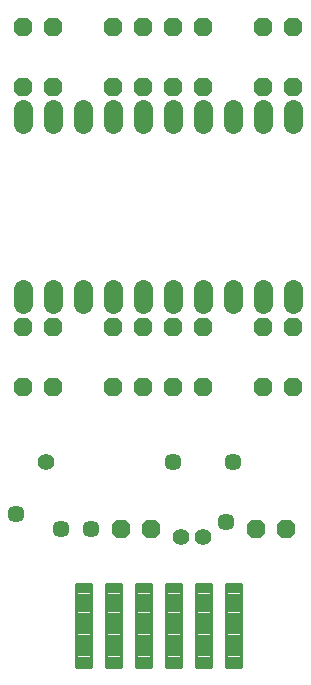
<source format=gbs>
G75*
G70*
%OFA0B0*%
%FSLAX24Y24*%
%IPPOS*%
%LPD*%
%AMOC8*
5,1,8,0,0,1.08239X$1,22.5*
%
%ADD10C,0.0624*%
%ADD11OC8,0.0624*%
%ADD12C,0.0106*%
%ADD13C,0.0570*%
%ADD14C,0.0552*%
D10*
X001181Y012375D02*
X001181Y012895D01*
X002181Y012895D02*
X002181Y012375D01*
X003181Y012375D02*
X003181Y012895D01*
X004181Y012895D02*
X004181Y012375D01*
X005181Y012375D02*
X005181Y012895D01*
X006181Y012895D02*
X006181Y012375D01*
X007181Y012375D02*
X007181Y012895D01*
X008181Y012895D02*
X008181Y012375D01*
X009181Y012375D02*
X009181Y012895D01*
X010181Y012895D02*
X010181Y012375D01*
X010181Y018375D02*
X010181Y018895D01*
X009181Y018895D02*
X009181Y018375D01*
X008181Y018375D02*
X008181Y018895D01*
X007181Y018895D02*
X007181Y018375D01*
X006181Y018375D02*
X006181Y018895D01*
X005181Y018895D02*
X005181Y018375D01*
X004181Y018375D02*
X004181Y018895D01*
X003181Y018895D02*
X003181Y018375D01*
X002181Y018375D02*
X002181Y018895D01*
X001181Y018895D02*
X001181Y018375D01*
D11*
X001181Y019635D03*
X002181Y019635D03*
X002181Y021635D03*
X001181Y021635D03*
X004181Y021635D03*
X005181Y021635D03*
X006181Y021635D03*
X007181Y021635D03*
X007181Y019635D03*
X006181Y019635D03*
X005181Y019635D03*
X004181Y019635D03*
X004181Y011635D03*
X005181Y011635D03*
X006181Y011635D03*
X007181Y011635D03*
X007181Y009635D03*
X006181Y009635D03*
X005181Y009635D03*
X004181Y009635D03*
X002181Y009635D03*
X001181Y009635D03*
X001181Y011635D03*
X002181Y011635D03*
X004431Y004885D03*
X005431Y004885D03*
X008931Y004885D03*
X009931Y004885D03*
X010181Y009635D03*
X009181Y009635D03*
X009181Y011635D03*
X010181Y011635D03*
X010181Y019635D03*
X009181Y019635D03*
X009181Y021635D03*
X010181Y021635D03*
D12*
X008440Y000283D02*
X007922Y000283D01*
X007922Y003037D01*
X008440Y003037D01*
X008440Y000283D01*
X008440Y000388D02*
X007922Y000388D01*
X007922Y000493D02*
X008440Y000493D01*
X008440Y000598D02*
X007922Y000598D01*
X007922Y000703D02*
X008440Y000703D01*
X008440Y000808D02*
X007922Y000808D01*
X007922Y000913D02*
X008440Y000913D01*
X008440Y001018D02*
X007922Y001018D01*
X007922Y001123D02*
X008440Y001123D01*
X008440Y001228D02*
X007922Y001228D01*
X007922Y001333D02*
X008440Y001333D01*
X008440Y001438D02*
X007922Y001438D01*
X007922Y001543D02*
X008440Y001543D01*
X008440Y001648D02*
X007922Y001648D01*
X007922Y001753D02*
X008440Y001753D01*
X008440Y001858D02*
X007922Y001858D01*
X007922Y001963D02*
X008440Y001963D01*
X008440Y002068D02*
X007922Y002068D01*
X007922Y002173D02*
X008440Y002173D01*
X008440Y002278D02*
X007922Y002278D01*
X007922Y002383D02*
X008440Y002383D01*
X008440Y002488D02*
X007922Y002488D01*
X007922Y002593D02*
X008440Y002593D01*
X008440Y002698D02*
X007922Y002698D01*
X007922Y002803D02*
X008440Y002803D01*
X008440Y002908D02*
X007922Y002908D01*
X007922Y003013D02*
X008440Y003013D01*
X007440Y000283D02*
X006922Y000283D01*
X006922Y003037D01*
X007440Y003037D01*
X007440Y000283D01*
X007440Y000388D02*
X006922Y000388D01*
X006922Y000493D02*
X007440Y000493D01*
X007440Y000598D02*
X006922Y000598D01*
X006922Y000703D02*
X007440Y000703D01*
X007440Y000808D02*
X006922Y000808D01*
X006922Y000913D02*
X007440Y000913D01*
X007440Y001018D02*
X006922Y001018D01*
X006922Y001123D02*
X007440Y001123D01*
X007440Y001228D02*
X006922Y001228D01*
X006922Y001333D02*
X007440Y001333D01*
X007440Y001438D02*
X006922Y001438D01*
X006922Y001543D02*
X007440Y001543D01*
X007440Y001648D02*
X006922Y001648D01*
X006922Y001753D02*
X007440Y001753D01*
X007440Y001858D02*
X006922Y001858D01*
X006922Y001963D02*
X007440Y001963D01*
X007440Y002068D02*
X006922Y002068D01*
X006922Y002173D02*
X007440Y002173D01*
X007440Y002278D02*
X006922Y002278D01*
X006922Y002383D02*
X007440Y002383D01*
X007440Y002488D02*
X006922Y002488D01*
X006922Y002593D02*
X007440Y002593D01*
X007440Y002698D02*
X006922Y002698D01*
X006922Y002803D02*
X007440Y002803D01*
X007440Y002908D02*
X006922Y002908D01*
X006922Y003013D02*
X007440Y003013D01*
X006440Y000283D02*
X005922Y000283D01*
X005922Y003037D01*
X006440Y003037D01*
X006440Y000283D01*
X006440Y000388D02*
X005922Y000388D01*
X005922Y000493D02*
X006440Y000493D01*
X006440Y000598D02*
X005922Y000598D01*
X005922Y000703D02*
X006440Y000703D01*
X006440Y000808D02*
X005922Y000808D01*
X005922Y000913D02*
X006440Y000913D01*
X006440Y001018D02*
X005922Y001018D01*
X005922Y001123D02*
X006440Y001123D01*
X006440Y001228D02*
X005922Y001228D01*
X005922Y001333D02*
X006440Y001333D01*
X006440Y001438D02*
X005922Y001438D01*
X005922Y001543D02*
X006440Y001543D01*
X006440Y001648D02*
X005922Y001648D01*
X005922Y001753D02*
X006440Y001753D01*
X006440Y001858D02*
X005922Y001858D01*
X005922Y001963D02*
X006440Y001963D01*
X006440Y002068D02*
X005922Y002068D01*
X005922Y002173D02*
X006440Y002173D01*
X006440Y002278D02*
X005922Y002278D01*
X005922Y002383D02*
X006440Y002383D01*
X006440Y002488D02*
X005922Y002488D01*
X005922Y002593D02*
X006440Y002593D01*
X006440Y002698D02*
X005922Y002698D01*
X005922Y002803D02*
X006440Y002803D01*
X006440Y002908D02*
X005922Y002908D01*
X005922Y003013D02*
X006440Y003013D01*
X005440Y000283D02*
X004922Y000283D01*
X004922Y003037D01*
X005440Y003037D01*
X005440Y000283D01*
X005440Y000388D02*
X004922Y000388D01*
X004922Y000493D02*
X005440Y000493D01*
X005440Y000598D02*
X004922Y000598D01*
X004922Y000703D02*
X005440Y000703D01*
X005440Y000808D02*
X004922Y000808D01*
X004922Y000913D02*
X005440Y000913D01*
X005440Y001018D02*
X004922Y001018D01*
X004922Y001123D02*
X005440Y001123D01*
X005440Y001228D02*
X004922Y001228D01*
X004922Y001333D02*
X005440Y001333D01*
X005440Y001438D02*
X004922Y001438D01*
X004922Y001543D02*
X005440Y001543D01*
X005440Y001648D02*
X004922Y001648D01*
X004922Y001753D02*
X005440Y001753D01*
X005440Y001858D02*
X004922Y001858D01*
X004922Y001963D02*
X005440Y001963D01*
X005440Y002068D02*
X004922Y002068D01*
X004922Y002173D02*
X005440Y002173D01*
X005440Y002278D02*
X004922Y002278D01*
X004922Y002383D02*
X005440Y002383D01*
X005440Y002488D02*
X004922Y002488D01*
X004922Y002593D02*
X005440Y002593D01*
X005440Y002698D02*
X004922Y002698D01*
X004922Y002803D02*
X005440Y002803D01*
X005440Y002908D02*
X004922Y002908D01*
X004922Y003013D02*
X005440Y003013D01*
X004440Y000283D02*
X003922Y000283D01*
X003922Y003037D01*
X004440Y003037D01*
X004440Y000283D01*
X004440Y000388D02*
X003922Y000388D01*
X003922Y000493D02*
X004440Y000493D01*
X004440Y000598D02*
X003922Y000598D01*
X003922Y000703D02*
X004440Y000703D01*
X004440Y000808D02*
X003922Y000808D01*
X003922Y000913D02*
X004440Y000913D01*
X004440Y001018D02*
X003922Y001018D01*
X003922Y001123D02*
X004440Y001123D01*
X004440Y001228D02*
X003922Y001228D01*
X003922Y001333D02*
X004440Y001333D01*
X004440Y001438D02*
X003922Y001438D01*
X003922Y001543D02*
X004440Y001543D01*
X004440Y001648D02*
X003922Y001648D01*
X003922Y001753D02*
X004440Y001753D01*
X004440Y001858D02*
X003922Y001858D01*
X003922Y001963D02*
X004440Y001963D01*
X004440Y002068D02*
X003922Y002068D01*
X003922Y002173D02*
X004440Y002173D01*
X004440Y002278D02*
X003922Y002278D01*
X003922Y002383D02*
X004440Y002383D01*
X004440Y002488D02*
X003922Y002488D01*
X003922Y002593D02*
X004440Y002593D01*
X004440Y002698D02*
X003922Y002698D01*
X003922Y002803D02*
X004440Y002803D01*
X004440Y002908D02*
X003922Y002908D01*
X003922Y003013D02*
X004440Y003013D01*
X003440Y000283D02*
X002922Y000283D01*
X002922Y003037D01*
X003440Y003037D01*
X003440Y000283D01*
X003440Y000388D02*
X002922Y000388D01*
X002922Y000493D02*
X003440Y000493D01*
X003440Y000598D02*
X002922Y000598D01*
X002922Y000703D02*
X003440Y000703D01*
X003440Y000808D02*
X002922Y000808D01*
X002922Y000913D02*
X003440Y000913D01*
X003440Y001018D02*
X002922Y001018D01*
X002922Y001123D02*
X003440Y001123D01*
X003440Y001228D02*
X002922Y001228D01*
X002922Y001333D02*
X003440Y001333D01*
X003440Y001438D02*
X002922Y001438D01*
X002922Y001543D02*
X003440Y001543D01*
X003440Y001648D02*
X002922Y001648D01*
X002922Y001753D02*
X003440Y001753D01*
X003440Y001858D02*
X002922Y001858D01*
X002922Y001963D02*
X003440Y001963D01*
X003440Y002068D02*
X002922Y002068D01*
X002922Y002173D02*
X003440Y002173D01*
X003440Y002278D02*
X002922Y002278D01*
X002922Y002383D02*
X003440Y002383D01*
X003440Y002488D02*
X002922Y002488D01*
X002922Y002593D02*
X003440Y002593D01*
X003440Y002698D02*
X002922Y002698D01*
X002922Y002803D02*
X003440Y002803D01*
X003440Y002908D02*
X002922Y002908D01*
X002922Y003013D02*
X003440Y003013D01*
D13*
X002431Y004885D03*
X003431Y004885D03*
X000931Y005385D03*
X006181Y007135D03*
X007931Y005135D03*
X008181Y007135D03*
D14*
X007181Y004635D03*
X006431Y004635D03*
X001931Y007135D03*
M02*

</source>
